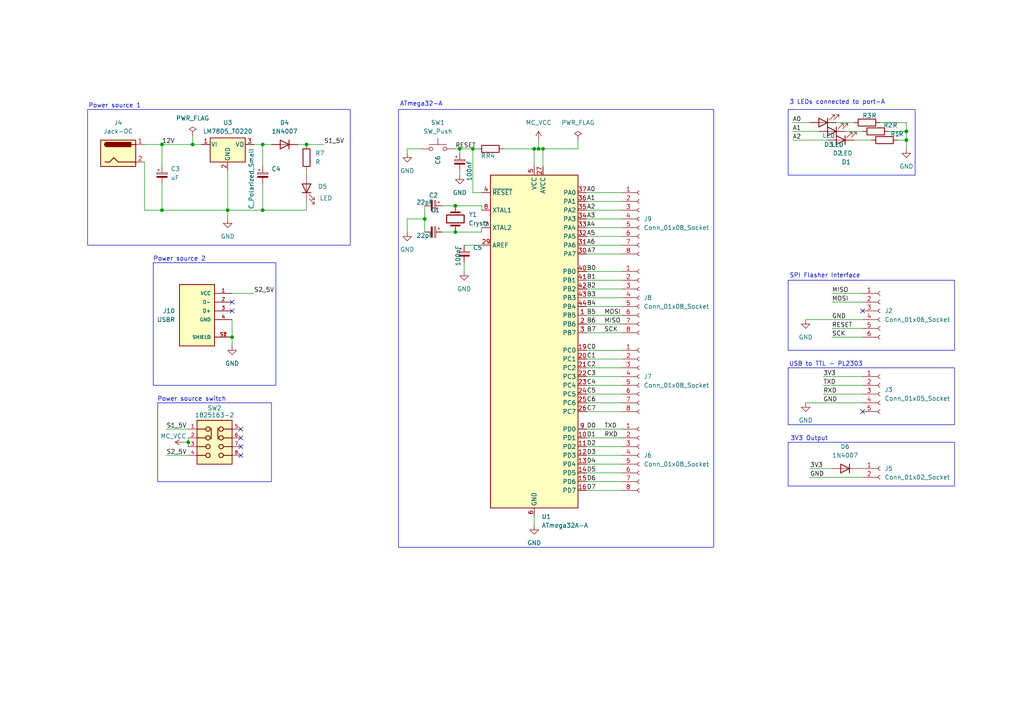
<source format=kicad_sch>
(kicad_sch (version 20250114) (generator "eeschema") (generator_version "9.0")
  (paper "A4")
  (lib_symbols
    (symbol "1825163-2:1825163-2" (pin_names (offset 1.016))
      (property "Reference" "SW" (at -5.0895 8.2704 0))
      (property "Value" "1825163-2" (at -5.081 -7.6215 0))
      (symbol "1825163-2_0_0"
        (polyline (pts (xy -5.08 5.08) (xy -2.54 5.08)) (stroke (width 0.254)))
        (polyline (pts (xy -5.08 2.54) (xy -2.54 2.54)) (stroke (width 0.254)))
        (polyline (pts (xy -5.08 0) (xy -2.54 0)) (stroke (width 0.254)))
        (polyline (pts (xy -5.08 -2.54) (xy -2.54 -2.54)) (stroke (width 0.254)))
        (rectangle (start -5.08 -5.08) (end 5.08 7.62) (stroke (width 0.254)) (fill (type background)))
        (circle (center -1.905 5.08) (radius 0.635) (stroke (width 0.254)))
        (circle (center -1.905 2.54) (radius 0.635) (stroke (width 0.254)))
        (circle (center -1.905 0) (radius 0.635) (stroke (width 0.254)))
        (circle (center -1.905 -2.54) (radius 0.635) (stroke (width 0.254)))
        (polyline (pts (xy -0.9525 5.3975) (xy -0.9525 2.2225)) (stroke (width 0.254)))
        (polyline (pts (xy 0.9525 5.3975) (xy 0.9525 2.2225)) (stroke (width 0.254)))
        (circle (center 1.905 5.08) (radius 0.635) (stroke (width 0.254)))
        (circle (center 1.905 2.54) (radius 0.635) (stroke (width 0.254)))
        (circle (center 1.905 0) (radius 0.635) (stroke (width 0.254)))
        (circle (center 1.905 -2.54) (radius 0.635) (stroke (width 0.254)))
        (polyline (pts (xy 2.54 5.08) (xy 5.08 5.08)) (stroke (width 0.254)))
        (polyline (pts (xy 2.54 2.54) (xy 5.08 2.54)) (stroke (width 0.254)))
        (polyline (pts (xy 2.54 0) (xy 5.08 0)) (stroke (width 0.254)))
        (polyline (pts (xy 2.54 -2.54) (xy 5.08 -2.54)) (stroke (width 0.254)))
        (pin passive line (at -7.62 5.08 0) (length 2.54) (name "~") (number "1"))
        (pin passive line (at -7.62 2.54 0) (length 2.54) (name "~") (number "2"))
        (pin passive line (at -7.62 0 0) (length 2.54) (name "~") (number "3"))
        (pin passive line (at -7.62 -2.54 0) (length 2.54) (name "~") (number "4"))
        (pin passive line (at 7.62 5.08 180) (length 2.54) (name "~") (number "5"))
        (pin passive line (at 7.62 2.54 180) (length 2.54) (name "~") (number "6"))
        (pin passive line (at 7.62 0 180) (length 2.54) (name "~") (number "7"))
        (pin passive line (at 7.62 -2.54 180) (length 2.54) (name "~") (number "8"))
      )
    )
    (symbol "Connector:Conn_01x02_Socket" (pin_names (offset 1.016) (hide yes))
      (property "Reference" "J" (at 0 2.54 0))
      (property "Value" "Conn_01x02_Socket" (at 0 -5.08 0))
      (symbol "Conn_01x02_Socket_1_1"
        (polyline (pts (xy -1.27 0) (xy -0.508 0)) (stroke (width 0.1524)))
        (polyline (pts (xy -1.27 -2.54) (xy -0.508 -2.54)) (stroke (width 0.1524)))
        (arc (start 0 -0.508) (mid -0.5058 0) (end 0 0.508) (stroke (width 0.1524)))
        (arc (start 0 -3.048) (mid -0.5058 -2.54) (end 0 -2.032) (stroke (width 0.1524)))
        (pin passive line (at -5.08 0 0) (length 3.81) (name "Pin_1") (number "1"))
        (pin passive line (at -5.08 -2.54 0) (length 3.81) (name "Pin_2") (number "2"))
      )
    )
    (symbol "Connector:Conn_01x05_Socket" (pin_names (offset 1.016) (hide yes))
      (property "Reference" "J" (at 0 7.62 0))
      (property "Value" "Conn_01x05_Socket" (at 0 -7.62 0))
      (symbol "Conn_01x05_Socket_1_1"
        (polyline (pts (xy -1.27 5.08) (xy -0.508 5.08)) (stroke (width 0.1524)))
        (polyline (pts (xy -1.27 2.54) (xy -0.508 2.54)) (stroke (width 0.1524)))
        (polyline (pts (xy -1.27 0) (xy -0.508 0)) (stroke (width 0.1524)))
        (polyline (pts (xy -1.27 -2.54) (xy -0.508 -2.54)) (stroke (width 0.1524)))
        (polyline (pts (xy -1.27 -5.08) (xy -0.508 -5.08)) (stroke (width 0.1524)))
        (arc (start 0 4.572) (mid -0.5058 5.08) (end 0 5.588) (stroke (width 0.1524)))
        (arc (start 0 2.032) (mid -0.5058 2.54) (end 0 3.048) (stroke (width 0.1524)))
        (arc (start 0 -0.508) (mid -0.5058 0) (end 0 0.508) (stroke (width 0.1524)))
        (arc (start 0 -3.048) (mid -0.5058 -2.54) (end 0 -2.032) (stroke (width 0.1524)))
        (arc (start 0 -5.588) (mid -0.5058 -5.08) (end 0 -4.572) (stroke (width 0.1524)))
        (pin passive line (at -5.08 5.08 0) (length 3.81) (name "Pin_1") (number "1"))
        (pin passive line (at -5.08 2.54 0) (length 3.81) (name "Pin_2") (number "2"))
        (pin passive line (at -5.08 0 0) (length 3.81) (name "Pin_3") (number "3"))
        (pin passive line (at -5.08 -2.54 0) (length 3.81) (name "Pin_4") (number "4"))
        (pin passive line (at -5.08 -5.08 0) (length 3.81) (name "Pin_5") (number "5"))
      )
    )
    (symbol "Connector:Conn_01x06_Socket" (pin_names (offset 1.016) (hide yes))
      (property "Reference" "J" (at 0 7.62 0))
      (property "Value" "Conn_01x06_Socket" (at 0 -10.16 0))
      (symbol "Conn_01x06_Socket_1_1"
        (polyline (pts (xy -1.27 5.08) (xy -0.508 5.08)) (stroke (width 0.1524)))
        (polyline (pts (xy -1.27 2.54) (xy -0.508 2.54)) (stroke (width 0.1524)))
        (polyline (pts (xy -1.27 0) (xy -0.508 0)) (stroke (width 0.1524)))
        (polyline (pts (xy -1.27 -2.54) (xy -0.508 -2.54)) (stroke (width 0.1524)))
        (polyline (pts (xy -1.27 -5.08) (xy -0.508 -5.08)) (stroke (width 0.1524)))
        (polyline (pts (xy -1.27 -7.62) (xy -0.508 -7.62)) (stroke (width 0.1524)))
        (arc (start 0 4.572) (mid -0.5058 5.08) (end 0 5.588) (stroke (width 0.1524)))
        (arc (start 0 2.032) (mid -0.5058 2.54) (end 0 3.048) (stroke (width 0.1524)))
        (arc (start 0 -0.508) (mid -0.5058 0) (end 0 0.508) (stroke (width 0.1524)))
        (arc (start 0 -3.048) (mid -0.5058 -2.54) (end 0 -2.032) (stroke (width 0.1524)))
        (arc (start 0 -5.588) (mid -0.5058 -5.08) (end 0 -4.572) (stroke (width 0.1524)))
        (arc (start 0 -8.128) (mid -0.5058 -7.62) (end 0 -7.112) (stroke (width 0.1524)))
        (pin passive line (at -5.08 5.08 0) (length 3.81) (name "Pin_1") (number "1"))
        (pin passive line (at -5.08 2.54 0) (length 3.81) (name "Pin_2") (number "2"))
        (pin passive line (at -5.08 0 0) (length 3.81) (name "Pin_3") (number "3"))
        (pin passive line (at -5.08 -2.54 0) (length 3.81) (name "Pin_4") (number "4"))
        (pin passive line (at -5.08 -5.08 0) (length 3.81) (name "Pin_5") (number "5"))
        (pin passive line (at -5.08 -7.62 0) (length 3.81) (name "Pin_6") (number "6"))
      )
    )
    (symbol "Connector:Conn_01x08_Socket" (pin_names (offset 1.016) (hide yes))
      (property "Reference" "J" (at 0 10.16 0))
      (property "Value" "Conn_01x08_Socket" (at 0 -12.7 0))
      (symbol "Conn_01x08_Socket_1_1"
        (polyline (pts (xy -1.27 7.62) (xy -0.508 7.62)) (stroke (width 0.1524)))
        (polyline (pts (xy -1.27 5.08) (xy -0.508 5.08)) (stroke (width 0.1524)))
        (polyline (pts (xy -1.27 2.54) (xy -0.508 2.54)) (stroke (width 0.1524)))
        (polyline (pts (xy -1.27 0) (xy -0.508 0)) (stroke (width 0.1524)))
        (polyline (pts (xy -1.27 -2.54) (xy -0.508 -2.54)) (stroke (width 0.1524)))
        (polyline (pts (xy -1.27 -5.08) (xy -0.508 -5.08)) (stroke (width 0.1524)))
        (polyline (pts (xy -1.27 -7.62) (xy -0.508 -7.62)) (stroke (width 0.1524)))
        (polyline (pts (xy -1.27 -10.16) (xy -0.508 -10.16)) (stroke (width 0.1524)))
        (arc (start 0 7.112) (mid -0.5058 7.62) (end 0 8.128) (stroke (width 0.1524)))
        (arc (start 0 4.572) (mid -0.5058 5.08) (end 0 5.588) (stroke (width 0.1524)))
        (arc (start 0 2.032) (mid -0.5058 2.54) (end 0 3.048) (stroke (width 0.1524)))
        (arc (start 0 -0.508) (mid -0.5058 0) (end 0 0.508) (stroke (width 0.1524)))
        (arc (start 0 -3.048) (mid -0.5058 -2.54) (end 0 -2.032) (stroke (width 0.1524)))
        (arc (start 0 -5.588) (mid -0.5058 -5.08) (end 0 -4.572) (stroke (width 0.1524)))
        (arc (start 0 -8.128) (mid -0.5058 -7.62) (end 0 -7.112) (stroke (width 0.1524)))
        (arc (start 0 -10.668) (mid -0.5058 -10.16) (end 0 -9.652) (stroke (width 0.1524)))
        (pin passive line (at -5.08 7.62 0) (length 3.81) (name "Pin_1") (number "1"))
        (pin passive line (at -5.08 5.08 0) (length 3.81) (name "Pin_2") (number "2"))
        (pin passive line (at -5.08 2.54 0) (length 3.81) (name "Pin_3") (number "3"))
        (pin passive line (at -5.08 0 0) (length 3.81) (name "Pin_4") (number "4"))
        (pin passive line (at -5.08 -2.54 0) (length 3.81) (name "Pin_5") (number "5"))
        (pin passive line (at -5.08 -5.08 0) (length 3.81) (name "Pin_6") (number "6"))
        (pin passive line (at -5.08 -7.62 0) (length 3.81) (name "Pin_7") (number "7"))
        (pin passive line (at -5.08 -10.16 0) (length 3.81) (name "Pin_8") (number "8"))
      )
    )
    (symbol "Connector:Jack-DC" (pin_names (offset 1.016))
      (property "Reference" "J" (at 0 5.334 0))
      (property "Value" "Jack-DC" (at 0 -5.08 0))
      (symbol "Jack-DC_0_1"
        (rectangle (start -5.08 3.81) (end 5.08 -3.81) (stroke (width 0.254)) (fill (type background)))
        (polyline (pts (xy -3.81 -2.54) (xy -2.54 -2.54) (xy -1.27 -1.27) (xy 0 -2.54) (xy 2.54 -2.54) (xy 5.08 -2.54)) (stroke (width 0.254)))
        (arc (start -3.302 1.905) (mid -3.9343 2.54) (end -3.302 3.175) (stroke (width 0.254)))
        (arc (start -3.302 1.905) (mid -3.9343 2.54) (end -3.302 3.175) (stroke (width 0.254)) (fill (type outline)))
        (rectangle (start 3.683 3.175) (end -3.302 1.905) (stroke (width 0.254)) (fill (type outline)))
        (polyline (pts (xy 5.08 2.54) (xy 3.81 2.54)) (stroke (width 0.254)))
      )
      (symbol "Jack-DC_1_1"
        (pin passive line (at 7.62 2.54 180) (length 2.54) (name "~") (number "1"))
        (pin passive line (at 7.62 -2.54 180) (length 2.54) (name "~") (number "2"))
      )
    )
    (symbol "Device:C_Polarized_Small" (pin_numbers (hide yes)) (pin_names (offset 0.254) (hide yes))
      (property "Reference" "C" (at 0.254 1.778 0))
      (property "Value" "C_Polarized_Small" (at 0.254 -2.032 0))
      (symbol "C_Polarized_Small_0_1"
        (rectangle (start -1.524 0.6858) (end 1.524 0.3048))
        (rectangle (start -1.524 -0.3048) (end 1.524 -0.6858) (fill (type outline)))
        (polyline (pts (xy -1.27 1.524) (xy -0.762 1.524)))
        (polyline (pts (xy -1.016 1.27) (xy -1.016 1.778)))
      )
      (symbol "C_Polarized_Small_1_1"
        (pin passive line (at 0 2.54 270) (length 1.8542) (name "~") (number "1"))
        (pin passive line (at 0 -2.54 90) (length 1.8542) (name "~") (number "2"))
      )
    )
    (symbol "Device:Crystal" (pin_numbers (hide yes)) (pin_names (offset 1.016) (hide yes))
      (property "Reference" "Y" (at 0 3.81 0))
      (property "Value" "Crystal" (at 0 -3.81 0))
      (symbol "Crystal_0_1"
        (polyline (pts (xy -2.54 0) (xy -1.905 0)))
        (polyline (pts (xy -1.905 -1.27) (xy -1.905 1.27)) (stroke (width 0.508)))
        (rectangle (start -1.143 2.54) (end 1.143 -2.54) (stroke (width 0.3048)))
        (polyline (pts (xy 1.905 -1.27) (xy 1.905 1.27)) (stroke (width 0.508)))
        (polyline (pts (xy 2.54 0) (xy 1.905 0)))
      )
      (symbol "Crystal_1_1"
        (pin passive line (at -3.81 0 0) (length 1.27) (name "1") (number "1"))
        (pin passive line (at 3.81 0 180) (length 1.27) (name "2") (number "2"))
      )
    )
    (symbol "Device:LED" (pin_numbers (hide yes)) (pin_names (offset 1.016) (hide yes))
      (property "Reference" "D" (at 0 2.54 0))
      (property "Value" "LED" (at 0 -2.54 0))
      (symbol "LED_0_1"
        (polyline (pts (xy -3.048 -0.762) (xy -4.572 -2.286) (xy -3.81 -2.286) (xy -4.572 -2.286) (xy -4.572 -1.524)))
        (polyline (pts (xy -1.778 -0.762) (xy -3.302 -2.286) (xy -2.54 -2.286) (xy -3.302 -2.286) (xy -3.302 -1.524)))
        (polyline (pts (xy -1.27 0) (xy 1.27 0)))
        (polyline (pts (xy -1.27 -1.27) (xy -1.27 1.27)) (stroke (width 0.254)))
        (polyline (pts (xy 1.27 -1.27) (xy 1.27 1.27) (xy -1.27 0) (xy 1.27 -1.27)) (stroke (width 0.254)))
      )
      (symbol "LED_1_1"
        (pin passive line (at -3.81 0 0) (length 2.54) (name "K") (number "1"))
        (pin passive line (at 3.81 0 180) (length 2.54) (name "A") (number "2"))
      )
    )
    (symbol "Device:R" (pin_numbers (hide yes)) (pin_names (offset 0))
      (property "Reference" "R" (at 2.032 0 90))
      (property "Value" "R" (at 0 0 90))
      (symbol "R_0_1"
        (rectangle (start -1.016 -2.54) (end 1.016 2.54) (stroke (width 0.254)))
      )
      (symbol "R_1_1"
        (pin passive line (at 0 3.81 270) (length 1.27) (name "~") (number "1"))
        (pin passive line (at 0 -3.81 90) (length 1.27) (name "~") (number "2"))
      )
    )
    (symbol "Diode:1N4007" (pin_numbers (hide yes)) (pin_names (hide yes))
      (property "Reference" "D" (at 0 2.54 0))
      (property "Value" "1N4007" (at 0 -2.54 0))
      (symbol "1N4007_0_1"
        (polyline (pts (xy -1.27 1.27) (xy -1.27 -1.27)) (stroke (width 0.254)))
        (polyline (pts (xy 1.27 1.27) (xy 1.27 -1.27) (xy -1.27 0) (xy 1.27 1.27)) (stroke (width 0.254)))
        (polyline (pts (xy 1.27 0) (xy -1.27 0)))
      )
      (symbol "1N4007_1_1"
        (pin passive line (at -3.81 0 0) (length 2.54) (name "K") (number "1"))
        (pin passive line (at 3.81 0 180) (length 2.54) (name "A") (number "2"))
      )
    )
    (symbol "MCU_Microchip_ATmega:ATmega32A-A"
      (property "Reference" "U" (at -12.7 49.53 0))
      (property "Value" "ATmega32A-A" (at 2.54 -49.53 0))
      (symbol "ATmega32A-A_0_1"
        (rectangle (start -12.7 -48.26) (end 12.7 48.26) (stroke (width 0.254)) (fill (type background)))
      )
      (symbol "ATmega32A-A_1_1"
        (pin input line (at -15.24 43.18 0) (length 2.54) (name "~{RESET}") (number "4"))
        (pin input line (at -15.24 38.1 0) (length 2.54) (name "XTAL1") (number "8"))
        (pin output line (at -15.24 33.02 0) (length 2.54) (name "XTAL2") (number "7"))
        (pin passive line (at -15.24 27.94 0) (length 2.54) (name "AREF") (number "29"))
        (pin passive line (at 0 50.8 270) (length 2.54) (hide yes) (name "VCC") (number "17"))
        (pin passive line (at 0 50.8 270) (length 2.54) (hide yes) (name "VCC") (number "38"))
        (pin power_in line (at 0 50.8 270) (length 2.54) (name "VCC") (number "5"))
        (pin passive line (at 0 -50.8 90) (length 2.54) (hide yes) (name "GND") (number "18"))
        (pin passive line (at 0 -50.8 90) (length 2.54) (hide yes) (name "GND") (number "28"))
        (pin passive line (at 0 -50.8 90) (length 2.54) (hide yes) (name "GND") (number "39"))
        (pin power_in line (at 0 -50.8 90) (length 2.54) (name "GND") (number "6"))
        (pin power_in line (at 2.54 50.8 270) (length 2.54) (name "AVCC") (number "27"))
        (pin bidirectional line (at 15.24 43.18 180) (length 2.54) (name "PA0") (number "37"))
        (pin bidirectional line (at 15.24 40.64 180) (length 2.54) (name "PA1") (number "36"))
        (pin bidirectional line (at 15.24 38.1 180) (length 2.54) (name "PA2") (number "35"))
        (pin bidirectional line (at 15.24 35.56 180) (length 2.54) (name "PA3") (number "34"))
        (pin bidirectional line (at 15.24 33.02 180) (length 2.54) (name "PA4") (number "33"))
        (pin bidirectional line (at 15.24 30.48 180) (length 2.54) (name "PA5") (number "32"))
        (pin bidirectional line (at 15.24 27.94 180) (length 2.54) (name "PA6") (number "31"))
        (pin bidirectional line (at 15.24 25.4 180) (length 2.54) (name "PA7") (number "30"))
        (pin bidirectional line (at 15.24 20.32 180) (length 2.54) (name "PB0") (number "40"))
        (pin bidirectional line (at 15.24 17.78 180) (length 2.54) (name "PB1") (number "41"))
        (pin bidirectional line (at 15.24 15.24 180) (length 2.54) (name "PB2") (number "42"))
        (pin bidirectional line (at 15.24 12.7 180) (length 2.54) (name "PB3") (number "43"))
        (pin bidirectional line (at 15.24 10.16 180) (length 2.54) (name "PB4") (number "44"))
        (pin bidirectional line (at 15.24 7.62 180) (length 2.54) (name "PB5") (number "1"))
        (pin bidirectional line (at 15.24 5.08 180) (length 2.54) (name "PB6") (number "2"))
        (pin bidirectional line (at 15.24 2.54 180) (length 2.54) (name "PB7") (number "3"))
        (pin bidirectional line (at 15.24 -2.54 180) (length 2.54) (name "PC0") (number "19"))
        (pin bidirectional line (at 15.24 -5.08 180) (length 2.54) (name "PC1") (number "20"))
        (pin bidirectional line (at 15.24 -7.62 180) (length 2.54) (name "PC2") (number "21"))
        (pin bidirectional line (at 15.24 -10.16 180) (length 2.54) (name "PC3") (number "22"))
        (pin bidirectional line (at 15.24 -12.7 180) (length 2.54) (name "PC4") (number "23"))
        (pin bidirectional line (at 15.24 -15.24 180) (length 2.54) (name "PC5") (number "24"))
        (pin bidirectional line (at 15.24 -17.78 180) (length 2.54) (name "PC6") (number "25"))
        (pin bidirectional line (at 15.24 -20.32 180) (length 2.54) (name "PC7") (number "26"))
        (pin bidirectional line (at 15.24 -25.4 180) (length 2.54) (name "PD0") (number "9"))
        (pin bidirectional line (at 15.24 -27.94 180) (length 2.54) (name "PD1") (number "10"))
        (pin bidirectional line (at 15.24 -30.48 180) (length 2.54) (name "PD2") (number "11"))
        (pin bidirectional line (at 15.24 -33.02 180) (length 2.54) (name "PD3") (number "12"))
        (pin bidirectional line (at 15.24 -35.56 180) (length 2.54) (name "PD4") (number "13"))
        (pin bidirectional line (at 15.24 -38.1 180) (length 2.54) (name "PD5") (number "14"))
        (pin bidirectional line (at 15.24 -40.64 180) (length 2.54) (name "PD6") (number "15"))
        (pin bidirectional line (at 15.24 -43.18 180) (length 2.54) (name "PD7") (number "16"))
      )
    )
    (symbol "Regulator_Linear:LM7805_TO220" (pin_names (offset 0.254))
      (property "Reference" "U" (at -3.81 3.175 0))
      (property "Value" "LM7805_TO220" (at 0 3.175 0))
      (symbol "LM7805_TO220_0_1"
        (rectangle (start -5.08 1.905) (end 5.08 -5.08) (stroke (width 0.254)) (fill (type background)))
      )
      (symbol "LM7805_TO220_1_1"
        (pin power_in line (at -7.62 0 0) (length 2.54) (name "VI") (number "1"))
        (pin power_in line (at 0 -7.62 90) (length 2.54) (name "GND") (number "2"))
        (pin power_out line (at 7.62 0 180) (length 2.54) (name "VO") (number "3"))
      )
    )
    (symbol "Switch:SW_Push" (pin_numbers (hide yes)) (pin_names (offset 1.016) (hide yes))
      (property "Reference" "SW" (at 1.27 2.54 0))
      (property "Value" "SW_Push" (at 0 -1.524 0))
      (symbol "SW_Push_0_1"
        (circle (center -2.032 0) (radius 0.508))
        (polyline (pts (xy 0 1.27) (xy 0 3.048)))
        (circle (center 2.032 0) (radius 0.508))
        (polyline (pts (xy 2.54 1.27) (xy -2.54 1.27)))
        (pin passive line (at -5.08 0 0) (length 2.54) (name "1") (number "1"))
        (pin passive line (at 5.08 0 180) (length 2.54) (name "2") (number "2"))
      )
    )
    (symbol "USBR-B-S-S-O-TH:USBR-B-S-S-O-TH" (pin_names (offset 1.016))
      (property "Reference" "J" (at -5.08 8.89 0))
      (property "Value" "USBR-B-S-S-O-TH" (at -5.08 -11.43 0))
      (symbol "USBR-B-S-S-O-TH_0_0"
        (rectangle (start -5.08 -10.16) (end 5.08 7.62) (stroke (width 0.254)) (fill (type background)))
        (pin power_in line (at -10.16 5.08 0) (length 5.08) (name "VCC") (number "1"))
        (pin bidirectional line (at -10.16 2.54 0) (length 5.08) (name "D-") (number "2"))
        (pin bidirectional line (at -10.16 0 0) (length 5.08) (name "D+") (number "3"))
        (pin power_in line (at -10.16 -2.54 0) (length 5.08) (name "GND") (number "4"))
        (pin passive line (at -10.16 -7.62 0) (length 5.08) (name "SHIELD") (number "S1"))
        (pin passive line (at -10.16 -7.62 0) (length 5.08) (name "SHIELD") (number "S2"))
      )
    )
    (symbol "power:GND" (power) (pin_numbers (hide yes)) (pin_names (offset 0) (hide yes))
      (property "Value" "GND" (at 0 -3.81 0))
      (symbol "GND_0_1"
        (polyline (pts (xy 0 0) (xy 0 -1.27) (xy 1.27 -1.27) (xy 0 -2.54) (xy -1.27 -1.27) (xy 0 -1.27)))
      )
      (symbol "GND_1_1"
        (pin power_in line (at 0 0 270) (length 0) (name "~") (number "1"))
      )
    )
    (symbol "power:PWR_FLAG" (power) (pin_numbers (hide yes)) (pin_names (offset 0) (hide yes))
      (property "Value" "PWR_FLAG" (at 0 3.81 0))
      (symbol "PWR_FLAG_0_0"
        (pin power_out line (at 0 0 90) (length 0) (name "~") (number "1"))
      )
      (symbol "PWR_FLAG_0_1"
        (polyline (pts (xy 0 0) (xy 0 1.27) (xy -1.016 1.905) (xy 0 2.54) (xy 1.016 1.905) (xy 0 1.27)))
      )
    )
    (symbol "power:VCC" (power) (pin_numbers (hide yes)) (pin_names (offset 0) (hide yes))
      (property "Value" "VCC" (at 0 3.556 0))
      (symbol "VCC_0_1"
        (polyline (pts (xy -0.762 1.27) (xy 0 2.54)))
        (polyline (pts (xy 0 2.54) (xy 0.762 1.27)))
        (polyline (pts (xy 0 0) (xy 0 2.54)))
      )
      (symbol "VCC_1_1"
        (pin power_in line (at 0 0 90) (length 0) (name "~") (number "1"))
      )
    )
  )
  (rectangle (start 44.45 76.2) (end 80.01 111.76))
  (rectangle (start 228.6 106.68) (end 276.86 123.19))
  (rectangle (start 228.6 81.28) (end 276.86 101.6))
  (rectangle (start 45.72 116.84) (end 78.74 139.7))
  (rectangle (start 228.6 31.75) (end 265.43 50.8))
  (rectangle (start 228.6 128.27) (end 276.86 140.97))
  (rectangle (start 25.4 31.75) (end 101.6 71.12))
  (rectangle (start 115.57 31.75) (end 207.01 158.75))
  (text "ATmega32-A" (at 122.174 30.226 0) (effects (font (size 1.27 1.27))))
  (text "Power source switch" (at 55.626 115.824 0) (effects (font (size 1.27 1.27))))
  (text "3V3 Output" (at 234.696 127.254 0) (effects (font (size 1.27 1.27))))
  (text "Power source 1" (at 33.274 30.734 0) (effects (font (size 1.27 1.27))))
  (text "USB to TTL - PL2303" (at 239.522 105.664 0) (effects (font (size 1.27 1.27))))
  (text "SPI Flasher Interface" (at 239.268 80.01 0) (effects (font (size 1.27 1.27))))
  (text "Power source 2" (at 52.07 75.184 0) (effects (font (size 1.27 1.27))))
  (text "3 LEDs connected to port-A" (at 242.824 29.718 0) (effects (font (size 1.27 1.27))))
  (junction (at 132.08 59.69))
  (junction (at 76.2 41.91))
  (junction (at 262.89 40.64))
  (junction (at 156.21 43.18))
  (junction (at 154.94 43.18))
  (junction (at 132.08 67.31))
  (junction (at 55.88 41.91))
  (junction (at 88.9 41.91))
  (junction (at 137.16 43.18))
  (junction (at 46.99 41.91))
  (junction (at 123.19 63.5))
  (junction (at 54.61 128.27))
  (junction (at 67.31 97.79))
  (junction (at 133.35 43.18))
  (junction (at 66.04 60.96))
  (junction (at 46.99 60.96))
  (junction (at 157.48 43.18))
  (junction (at 76.2 60.96))
  (junction (at 262.89 38.1))
  (no_connect (at 69.85 124.46))
  (no_connect (at 250.19 90.17))
  (no_connect (at 69.85 129.54))
  (no_connect (at 67.31 87.63))
  (no_connect (at 250.19 119.38))
  (no_connect (at 69.85 127))
  (no_connect (at 69.85 132.08))
  (no_connect (at 67.31 90.17))
  (wire (pts (xy 238.76 114.3) (xy 250.19 114.3)))
  (wire (pts (xy 170.18 93.98) (xy 180.34 93.98)))
  (wire (pts (xy 170.18 60.96) (xy 180.34 60.96)))
  (wire (pts (xy 170.18 96.52) (xy 180.34 96.52)))
  (wire (pts (xy 133.35 49.53) (xy 133.35 50.8)))
  (wire (pts (xy 154.94 149.86) (xy 154.94 152.4)))
  (wire (pts (xy 41.91 60.96) (xy 46.99 60.96)))
  (wire (pts (xy 245.11 38.1) (xy 250.19 38.1)))
  (wire (pts (xy 233.68 116.84) (xy 250.19 116.84)))
  (wire (pts (xy 170.18 111.76) (xy 180.34 111.76)))
  (wire (pts (xy 88.9 60.96) (xy 76.2 60.96)))
  (wire (pts (xy 88.9 60.96) (xy 88.9 58.42)))
  (wire (pts (xy 170.18 55.88) (xy 180.34 55.88)))
  (wire (pts (xy 170.18 88.9) (xy 180.34 88.9)))
  (wire (pts (xy 241.3 87.63) (xy 250.19 87.63)))
  (wire (pts (xy 167.64 40.64) (xy 167.64 43.18)))
  (wire (pts (xy 48.26 124.46) (xy 54.61 124.46)))
  (wire (pts (xy 132.08 59.69) (xy 139.7 59.69)))
  (wire (pts (xy 134.62 76.2) (xy 134.62 78.74)))
  (wire (pts (xy 229.87 40.64) (xy 240.03 40.64)))
  (wire (pts (xy 255.27 35.56) (xy 262.89 35.56)))
  (wire (pts (xy 76.2 53.34) (xy 76.2 60.96)))
  (wire (pts (xy 118.11 67.31) (xy 118.11 63.5)))
  (wire (pts (xy 54.61 128.27) (xy 54.61 129.54)))
  (wire (pts (xy 170.18 73.66) (xy 180.34 73.66)))
  (wire (pts (xy 170.18 104.14) (xy 180.34 104.14)))
  (wire (pts (xy 134.62 71.12) (xy 139.7 71.12)))
  (wire (pts (xy 55.88 39.37) (xy 55.88 41.91)))
  (wire (pts (xy 46.99 41.91) (xy 46.99 48.26)))
  (wire (pts (xy 241.3 85.09) (xy 250.19 85.09)))
  (wire (pts (xy 123.19 59.69) (xy 123.19 63.5)))
  (wire (pts (xy 128.27 67.31) (xy 132.08 67.31)))
  (wire (pts (xy 248.92 135.89) (xy 250.19 135.89)))
  (wire (pts (xy 157.48 43.18) (xy 157.48 48.26)))
  (wire (pts (xy 67.31 100.33) (xy 67.31 97.79)))
  (wire (pts (xy 46.99 53.34) (xy 46.99 60.96)))
  (wire (pts (xy 257.81 38.1) (xy 262.89 38.1)))
  (wire (pts (xy 76.2 41.91) (xy 78.74 41.91)))
  (wire (pts (xy 137.16 55.88) (xy 139.7 55.88)))
  (wire (pts (xy 156.21 40.64) (xy 156.21 43.18)))
  (wire (pts (xy 170.18 86.36) (xy 180.34 86.36)))
  (wire (pts (xy 170.18 71.12) (xy 180.34 71.12)))
  (wire (pts (xy 170.18 142.24) (xy 180.34 142.24)))
  (wire (pts (xy 76.2 41.91) (xy 73.66 41.91)))
  (wire (pts (xy 242.57 35.56) (xy 247.65 35.56)))
  (wire (pts (xy 170.18 119.38) (xy 180.34 119.38)))
  (wire (pts (xy 132.08 43.18) (xy 133.35 43.18)))
  (wire (pts (xy 88.9 49.53) (xy 88.9 50.8)))
  (wire (pts (xy 138.43 43.18) (xy 137.16 43.18)))
  (wire (pts (xy 170.18 78.74) (xy 180.34 78.74)))
  (wire (pts (xy 139.7 67.31) (xy 132.08 67.31)))
  (wire (pts (xy 156.21 43.18) (xy 157.48 43.18)))
  (wire (pts (xy 233.68 92.71) (xy 250.19 92.71)))
  (wire (pts (xy 133.35 44.45) (xy 133.35 43.18)))
  (wire (pts (xy 170.18 109.22) (xy 180.34 109.22)))
  (wire (pts (xy 170.18 91.44) (xy 180.34 91.44)))
  (wire (pts (xy 262.89 40.64) (xy 262.89 43.18)))
  (wire (pts (xy 139.7 59.69) (xy 139.7 60.96)))
  (wire (pts (xy 46.99 41.91) (xy 55.88 41.91)))
  (wire (pts (xy 170.18 101.6) (xy 180.34 101.6)))
  (wire (pts (xy 241.3 97.79) (xy 250.19 97.79)))
  (wire (pts (xy 76.2 48.26) (xy 76.2 41.91)))
  (wire (pts (xy 170.18 68.58) (xy 180.34 68.58)))
  (wire (pts (xy 234.95 135.89) (xy 241.3 135.89)))
  (wire (pts (xy 170.18 134.62) (xy 180.34 134.62)))
  (wire (pts (xy 67.31 92.71) (xy 67.31 97.79)))
  (wire (pts (xy 55.88 41.91) (xy 58.42 41.91)))
  (wire (pts (xy 238.76 109.22) (xy 250.19 109.22)))
  (wire (pts (xy 170.18 129.54) (xy 180.34 129.54)))
  (wire (pts (xy 118.11 43.18) (xy 118.11 44.45)))
  (wire (pts (xy 170.18 139.7) (xy 180.34 139.7)))
  (wire (pts (xy 118.11 43.18) (xy 121.92 43.18)))
  (wire (pts (xy 170.18 63.5) (xy 180.34 63.5)))
  (wire (pts (xy 66.04 49.53) (xy 66.04 60.96)))
  (wire (pts (xy 123.19 63.5) (xy 123.19 67.31)))
  (wire (pts (xy 170.18 124.46) (xy 180.34 124.46)))
  (wire (pts (xy 48.26 132.08) (xy 54.61 132.08)))
  (wire (pts (xy 170.18 116.84) (xy 180.34 116.84)))
  (wire (pts (xy 93.98 41.91) (xy 88.9 41.91)))
  (wire (pts (xy 170.18 132.08) (xy 180.34 132.08)))
  (wire (pts (xy 73.66 85.09) (xy 67.31 85.09)))
  (wire (pts (xy 118.11 63.5) (xy 123.19 63.5)))
  (wire (pts (xy 170.18 106.68) (xy 180.34 106.68)))
  (wire (pts (xy 154.94 43.18) (xy 156.21 43.18)))
  (wire (pts (xy 170.18 58.42) (xy 180.34 58.42)))
  (wire (pts (xy 247.65 40.64) (xy 252.73 40.64)))
  (wire (pts (xy 139.7 66.04) (xy 139.7 67.31)))
  (wire (pts (xy 53.34 128.27) (xy 54.61 128.27)))
  (wire (pts (xy 86.36 41.91) (xy 88.9 41.91)))
  (wire (pts (xy 154.94 43.18) (xy 154.94 48.26)))
  (wire (pts (xy 76.2 60.96) (xy 66.04 60.96)))
  (wire (pts (xy 133.35 43.18) (xy 137.16 43.18)))
  (wire (pts (xy 170.18 114.3) (xy 180.34 114.3)))
  (wire (pts (xy 238.76 111.76) (xy 250.19 111.76)))
  (wire (pts (xy 170.18 66.04) (xy 180.34 66.04)))
  (wire (pts (xy 41.91 46.99) (xy 41.91 60.96)))
  (wire (pts (xy 137.16 43.18) (xy 137.16 55.88)))
  (wire (pts (xy 229.87 38.1) (xy 237.49 38.1)))
  (wire (pts (xy 262.89 35.56) (xy 262.89 38.1)))
  (wire (pts (xy 262.89 40.64) (xy 262.89 38.1)))
  (wire (pts (xy 170.18 81.28) (xy 180.34 81.28)))
  (wire (pts (xy 146.05 43.18) (xy 154.94 43.18)))
  (wire (pts (xy 167.64 43.18) (xy 157.48 43.18)))
  (wire (pts (xy 54.61 127) (xy 54.61 128.27)))
  (wire (pts (xy 41.91 41.91) (xy 46.99 41.91)))
  (wire (pts (xy 234.95 138.43) (xy 250.19 138.43)))
  (wire (pts (xy 170.18 137.16) (xy 180.34 137.16)))
  (wire (pts (xy 46.99 60.96) (xy 66.04 60.96)))
  (wire (pts (xy 170.18 127) (xy 180.34 127)))
  (wire (pts (xy 262.89 40.64) (xy 260.35 40.64)))
  (wire (pts (xy 66.04 60.96) (xy 66.04 63.5)))
  (wire (pts (xy 229.87 35.56) (xy 234.95 35.56)))
  (wire (pts (xy 170.18 83.82) (xy 180.34 83.82)))
  (wire (pts (xy 128.27 59.69) (xy 132.08 59.69)))
  (wire (pts (xy 241.3 95.25) (xy 250.19 95.25)))
  (label "S2_5V" (at 48.26 132.08 0))
  (label "C3" (at 170.18 109.22 0))
  (label "12V" (at 46.99 41.91 0))
  (label "3V3" (at 234.95 135.89 0))
  (label "GND" (at 234.95 138.43 0))
  (label "RESET" (at 241.3 95.25 0))
  (label "GND" (at 241.3 92.71 0))
  (label "C1" (at 170.18 104.14 0))
  (label "A1" (at 229.87 38.1 0))
  (label "B3" (at 170.18 86.36 0))
  (label "A6" (at 170.18 71.12 0))
  (label "D2" (at 170.18 129.54 0))
  (label "A2" (at 229.87 40.64 0))
  (label "B5" (at 170.18 91.44 0))
  (label "GND" (at 238.76 116.84 0))
  (label "B2" (at 170.18 83.82 0))
  (label "S1_5V" (at 93.98 41.91 0))
  (label "D4" (at 170.18 134.62 0))
  (label "D0" (at 170.18 124.46 0))
  (label "C4" (at 170.18 111.76 0))
  (label "TXD" (at 175.26 124.46 0))
  (label "D6" (at 170.18 139.7 0))
  (label "RXD" (at 175.26 127 0))
  (label "MOSI" (at 175.26 91.44 0))
  (label "A1" (at 170.18 58.42 0))
  (label "RXD" (at 238.76 114.3 0))
  (label "D3" (at 170.18 132.08 0))
  (label "D1" (at 170.18 127 0))
  (label "B7" (at 170.18 96.52 0))
  (label "B1" (at 170.18 81.28 0))
  (label "MISO" (at 175.26 93.98 0))
  (label "B6" (at 170.18 93.98 0))
  (label "S2_5V" (at 73.66 85.09 0))
  (label "RESET" (at 132.08 43.18 0))
  (label "SCK" (at 241.3 97.79 0))
  (label "A3" (at 170.18 63.5 0))
  (label "A4" (at 170.18 66.04 0))
  (label "A0" (at 229.87 35.56 0))
  (label "A7" (at 170.2869 73.66 0))
  (label "A2" (at 170.18 60.96 0))
  (label "TXD" (at 238.76 111.76 0))
  (label "B0" (at 170.18 78.74 0))
  (label "3V3" (at 238.76 109.22 0))
  (label "C0" (at 170.18 101.6 0))
  (label "S1_5V" (at 48.26 124.46 0))
  (label "MISO" (at 241.3 85.09 0))
  (label "C5" (at 170.18 114.3 0))
  (label "SCK" (at 175.26 96.52 0))
  (label "C7" (at 170.18 119.38 0))
  (label "A0" (at 170.18 55.88 0))
  (label "D7" (at 170.18 142.24 0))
  (label "C2" (at 170.18 106.68 0))
  (label "C6" (at 170.18 116.84 0))
  (label "A5" (at 170.18 68.58 0))
  (label "MOSI" (at 241.3 87.63 0))
  (label "B4" (at 170.18 88.9 0))
  (label "D5" (at 170.18 137.16 0))
  (symbol (lib_id "USBR-B-S-S-O-TH:USBR-B-S-S-O-TH") (at 57.15 90.17 0) (mirror y) (unit 1)
    (property "Reference" "J10" (at 50.8 90.1699 0) (effects (justify left)))
    (property "Value" "USBR" (at 50.8 92.7099 0) (effects (justify left)))
    (property "Footprint" "Usb-B:SAMTEC_USBR-B-S-S-O-TH" (effects (hide yes)))
    (property "MF" "Samtec" (effects (hide yes)))
    (property "MAXIMUM_PACKAGE_HEIGHT" "11.0mm" (effects (hide yes)))
    (property "Package" "None" (effects (hide yes)))
    (property "Price" "None" (effects (hide yes)))
    (property "Check_prices" "https://www.snapeda.com/parts/USBR-B-S-S-O-TH/Samtec+Inc./view-part/?ref=eda" (effects (hide yes)))
    (property "STANDARD" "Manufacturer Recommendations" (effects (hide yes)))
    (property "PARTREV" "M" (effects (hide yes)))
    (property "SnapEDA_Link" "https://www.snapeda.com/parts/USBR-B-S-S-O-TH/Samtec+Inc./view-part/?ref=snap" (effects (hide yes)))
    (property "MP" "USBR-B-S-S-O-TH" (effects (hide yes)))
    (property "Description_1" "USB-B (USB TYPE-B) USB 2.0 Receptacle Connector 4 Position Through Hole, Right Angle" (effects (hide yes)))
    (property "Availability" "In Stock" (effects (hide yes)))
    (property "MANUFACTURER" "Samtec" (effects (hide yes)))
  )
  (symbol (lib_id "power:GND") (at 134.62 78.74 0) (unit 1)
    (property "Reference" "#PWR011" (effects (hide yes)))
    (property "Value" "GND" (at 134.62 83.82 0))
    (property "Description" "Power symbol creates a global label with name \"GND\" , ground" (effects (hide yes)))
  )
  (symbol (lib_id "Diode:1N4007") (at 82.55 41.91 180) (unit 1)
    (property "Reference" "D4" (at 82.55 35.56 0))
    (property "Value" "1N4007" (at 82.55 38.1 0))
    (property "Footprint" "Diode_THT:D_DO-41_SOD81_P10.16mm_Horizontal" (effects (hide yes)))
    (property "Datasheet" "http://www.vishay.com/docs/88503/1n4001.pdf" (effects (hide yes)))
    (property "Description" "1000V 1A General Purpose Rectifier Diode, DO-41" (effects (hide yes)))
    (property "Sim.Device" "D" (effects (hide yes)))
    (property "Sim.Pins" "1=K 2=A" (effects (hide yes)))
  )
  (symbol (lib_id "power:PWR_FLAG") (at 167.64 40.64 0) (unit 1)
    (property "Reference" "#FLG04" (effects (hide yes)))
    (property "Value" "PWR_FLAG" (at 167.64 35.56 0))
    (property "Description" "Special symbol for telling ERC where power comes from" (effects (hide yes)))
  )
  (symbol (lib_id "Connector:Conn_01x05_Socket") (at 255.27 114.3 0) (unit 1)
    (property "Reference" "J3" (at 256.54 113.0299 0) (effects (justify left)))
    (property "Value" "Conn_01x05_Socket" (at 256.54 115.5699 0) (effects (justify left)))
    (property "Footprint" "Connector_PinHeader_2.54mm:PinHeader_1x05_P2.54mm_Horizontal" (effects (hide yes)))
    (property "Description" "Generic connector, single row, 01x05, script generated" (effects (hide yes)))
  )
  (symbol (lib_id "power:GND") (at 66.04 63.5 0) (unit 1)
    (property "Reference" "#PWR04" (effects (hide yes)))
    (property "Value" "GND" (at 66.04 68.58 0))
    (property "Description" "Power symbol creates a global label with name \"GND\" , ground" (effects (hide yes)))
  )
  (symbol (lib_id "1825163-2:1825163-2") (at 62.23 129.54 0) (unit 1)
    (property "Reference" "SW2" (at 62.23 118.364 0))
    (property "Value" "1825163-2" (at 62.23 120.396 0))
    (property "Footprint" "DP3T:SW_1825163-2" (effects (hide yes)))
    (property "Comment" "1825163-2" (effects (hide yes)))
    (property "MF" "TE Connectivity" (effects (hide yes)))
    (property "Description_1" "Switch Slide SP3T Top Slide 0.3A 125VAC PC Pins Thru-Hole Bulk" (effects (hide yes)))
    (property "Package" "None" (effects (hide yes)))
    (property "Price" "None" (effects (hide yes)))
    (property "Check_prices" "https://www.snapeda.com/parts/1825163-2/TE+Connectivity+ALCOSWITCH+Switches/view-part/?ref=eda" (effects (hide yes)))
    (property "STANDARD" "Manufacturer recommendations" (effects (hide yes)))
    (property "PARTREV" "A3" (effects (hide yes)))
    (property "SnapEDA_Link" "https://www.snapeda.com/parts/1825163-2/TE+Connectivity+ALCOSWITCH+Switches/view-part/?ref=snap" (effects (hide yes)))
    (property "MP" "1825163-2" (effects (hide yes)))
    (property "Availability" "In Stock" (effects (hide yes)))
    (property "MANUFACTURER" "TE Connectivity" (effects (hide yes)))
  )
  (symbol (lib_id "Device:LED") (at 88.9 54.61 90) (unit 1)
    (property "Reference" "D5" (at 92.202 54.102 90) (effects (justify right)))
    (property "Value" "LED" (at 92.71 57.4674 90) (effects (justify right)))
    (property "Footprint" "LED_THT:LED_D3.0mm" (effects (hide yes)))
    (property "Description" "Light emitting diode" (effects (hide yes)))
    (property "Sim.Pins" "1=K 2=A" (effects (hide yes)))
  )
  (symbol (lib_id "power:VCC") (at 156.21 40.64 0) (unit 1)
    (property "Reference" "#PWR03" (effects (hide yes)))
    (property "Value" "MC_VCC" (at 156.21 35.56 0))
    (property "Description" "Power symbol creates a global label with name \"VCC\"" (effects (hide yes)))
  )
  (symbol (lib_id "MCU_Microchip_ATmega:ATmega32A-A") (at 154.94 99.06 0) (unit 1)
    (property "Reference" "U1" (at 157.0833 149.86 0) (effects (justify left)))
    (property "Value" "ATmega32A-A" (at 157.0833 152.4 0) (effects (justify left)))
    (property "Footprint" "Package_QFP:TQFP-44_10x10mm_P0.8mm" (effects (hide yes)))
    (property "Datasheet" "http://ww1.microchip.com/downloads/en/DeviceDoc/atmel-8155-8-bit-microcontroller-avr-atmega32a_datasheet.pdf" (effects (hide yes)))
    (property "Description" "16MHz, 32kB Flash, 2kB SRAM, 1kB EEPROM, JTAG, TQFP-44" (effects (hide yes)))
  )
  (symbol (lib_id "power:GND") (at 133.35 50.8 0) (unit 1)
    (property "Reference" "#PWR012" (effects (hide yes)))
    (property "Value" "GND" (at 133.35 55.88 0))
    (property "Description" "Power symbol creates a global label with name \"GND\" , ground" (effects (hide yes)))
  )
  (symbol (lib_id "Device:C_Polarized_Small") (at 134.62 73.66 0) (unit 1)
    (property "Reference" "C5" (at 137.16 71.8438 0) (effects (justify left)))
    (property "Value" "100nF" (at 132.842 77.216 90) (effects (justify left)))
    (property "Footprint" "Capacitor_THT:C_Disc_D3.0mm_W2.0mm_P2.50mm" (effects (hide yes)))
    (property "Description" "Polarized capacitor, small symbol" (effects (hide yes)))
  )
  (symbol (lib_id "power:VCC") (at 53.34 128.27 90) (unit 1)
    (property "Reference" "#PWR06" (effects (hide yes)))
    (property "Value" "MC_VCC" (at 50.292 126.492 90))
    (property "Description" "Power symbol creates a global label with name \"VCC\"" (effects (hide yes)))
  )
  (symbol (lib_id "power:GND") (at 118.11 67.31 0) (unit 1)
    (property "Reference" "#PWR01" (effects (hide yes)))
    (property "Value" "GND" (at 118.11 72.39 0))
    (property "Description" "Power symbol creates a global label with name \"GND\" , ground" (effects (hide yes)))
  )
  (symbol (lib_id "power:GND") (at 118.11 44.45 0) (unit 1)
    (property "Reference" "#PWR08" (effects (hide yes)))
    (property "Value" "GND" (at 118.11 49.53 0))
    (property "Description" "Power symbol creates a global label with name \"GND\" , ground" (effects (hide yes)))
  )
  (symbol (lib_id "Connector:Conn_01x02_Socket") (at 255.27 135.89 0) (unit 1)
    (property "Reference" "J5" (at 256.54 135.8899 0) (effects (justify left)))
    (property "Value" "Conn_01x02_Socket" (at 256.54 138.4299 0) (effects (justify left)))
    (property "Footprint" "Connector_PinHeader_2.54mm:PinHeader_1x02_P2.54mm_Vertical" (effects (hide yes)))
    (property "Description" "Generic connector, single row, 01x02, script generated" (effects (hide yes)))
  )
  (symbol (lib_id "Device:R") (at 251.46 35.56 270) (unit 1)
    (property "Reference" "R3" (at 251.46 33.528 90))
    (property "Value" "R" (at 253.492 33.528 90))
    (property "Footprint" "Resistor_THT:R_Axial_DIN0204_L3.6mm_D1.6mm_P5.08mm_Horizontal" (effects (hide yes)))
    (property "Description" "Resistor" (effects (hide yes)))
  )
  (symbol (lib_id "Connector:Conn_01x08_Socket") (at 185.42 86.36 0) (unit 1)
    (property "Reference" "J8" (at 186.69 86.3599 0) (effects (justify left)))
    (property "Value" "Conn_01x08_Socket" (at 186.69 88.8999 0) (effects (justify left)))
    (property "Footprint" "Connector_PinSocket_2.54mm:PinSocket_1x08_P2.54mm_Vertical" (effects (hide yes)))
    (property "Description" "Generic connector, single row, 01x08, script generated" (effects (hide yes)))
  )
  (symbol (lib_id "Device:LED") (at 241.3 38.1 180) (unit 1)
    (property "Reference" "D2" (at 242.8875 44.45 0))
    (property "Value" "LED" (at 242.8875 41.91 0))
    (property "Footprint" "LED_THT:LED_D5.0mm" (effects (hide yes)))
    (property "Description" "Light emitting diode" (effects (hide yes)))
    (property "Sim.Pins" "1=K 2=A" (effects (hide yes)))
  )
  (symbol (lib_id "Device:C_Polarized_Small") (at 46.99 50.8 0) (unit 1)
    (property "Reference" "C3" (at 49.53 48.9838 0) (effects (justify left)))
    (property "Value" "uF" (at 49.53 51.5238 0) (effects (justify left)))
    (property "Footprint" "Capacitor_THT:CP_Radial_D4.0mm_P1.50mm" (effects (hide yes)))
    (property "Description" "Polarized capacitor, small symbol" (effects (hide yes)))
  )
  (symbol (lib_id "Connector:Conn_01x08_Socket") (at 185.42 132.08 0) (unit 1)
    (property "Reference" "J6" (at 186.69 132.0799 0) (effects (justify left)))
    (property "Value" "Conn_01x08_Socket" (at 186.69 134.6199 0) (effects (justify left)))
    (property "Footprint" "Connector_PinSocket_2.54mm:PinSocket_1x08_P2.54mm_Vertical" (effects (hide yes)))
    (property "Description" "Generic connector, single row, 01x08, script generated" (effects (hide yes)))
  )
  (symbol (lib_id "Connector:Conn_01x08_Socket") (at 185.42 109.22 0) (unit 1)
    (property "Reference" "J7" (at 186.69 109.2199 0) (effects (justify left)))
    (property "Value" "Conn_01x08_Socket" (at 186.69 111.7599 0) (effects (justify left)))
    (property "Footprint" "Connector_PinSocket_2.54mm:PinSocket_1x08_P2.54mm_Vertical" (effects (hide yes)))
    (property "Description" "Generic connector, single row, 01x08, script generated" (effects (hide yes)))
  )
  (symbol (lib_id "power:GND") (at 67.31 100.33 0) (unit 1)
    (property "Reference" "#PWR05" (effects (hide yes)))
    (property "Value" "GND" (at 67.31 105.41 0))
    (property "Description" "Power symbol creates a global label with name \"GND\" , ground" (effects (hide yes)))
  )
  (symbol (lib_id "power:GND") (at 233.68 92.71 0) (unit 1)
    (property "Reference" "#PWR010" (effects (hide yes)))
    (property "Value" "GND" (at 233.68 97.79 0))
    (property "Description" "Power symbol creates a global label with name \"GND\" , ground" (effects (hide yes)))
  )
  (symbol (lib_id "Device:C_Polarized_Small") (at 76.2 50.8 0) (unit 1)
    (property "Reference" "C4" (at 78.74 48.9838 0) (effects (justify left)))
    (property "Value" "C_Polarized_Small" (at 72.898 60.706 90) (effects (justify left)))
    (property "Footprint" "Capacitor_THT:CP_Radial_D4.0mm_P1.50mm" (effects (hide yes)))
    (property "Description" "Polarized capacitor, small symbol" (effects (hide yes)))
  )
  (symbol (lib_id "Device:R") (at 256.54 40.64 270) (unit 1)
    (property "Reference" "R1" (at 259.588 38.862 90))
    (property "Value" "R" (at 261.366 38.862 90))
    (property "Footprint" "Resistor_THT:R_Axial_DIN0204_L3.6mm_D1.6mm_P5.08mm_Horizontal" (effects (hide yes)))
    (property "Description" "Resistor" (effects (hide yes)))
  )
  (symbol (lib_id "Connector:Jack-DC") (at 34.29 44.45 0) (unit 1)
    (property "Reference" "J4" (at 34.29 35.56 0))
    (property "Value" "Jack-DC" (at 34.29 38.1 0))
    (property "Footprint" "Connector_BarrelJack:BarrelJack_Horizontal" (effects (hide yes)))
    (property "Description" "DC Barrel Jack" (effects (hide yes)))
  )
  (symbol (lib_id "Device:C_Polarized_Small") (at 125.73 67.31 270) (unit 1)
    (property "Reference" "C1" (at 126.2761 60.96 90))
    (property "Value" "22pF" (at 123.19 68.326 90))
    (property "Footprint" "Capacitor_THT:C_Disc_D5.1mm_W3.2mm_P5.00mm" (effects (hide yes)))
    (property "Description" "Polarized capacitor, small symbol" (effects (hide yes)))
  )
  (symbol (lib_id "power:PWR_FLAG") (at 55.88 39.37 0) (unit 1)
    (property "Reference" "#FLG03" (effects (hide yes)))
    (property "Value" "PWR_FLAG" (at 55.88 34.29 0))
    (property "Description" "Special symbol for telling ERC where power comes from" (effects (hide yes)))
  )
  (symbol (lib_id "power:GND") (at 154.94 152.4 0) (unit 1)
    (property "Reference" "#PWR07" (effects (hide yes)))
    (property "Value" "GND" (at 154.94 157.48 0))
    (property "Description" "Power symbol creates a global label with name \"GND\" , ground" (effects (hide yes)))
  )
  (symbol (lib_id "power:GND") (at 233.68 116.84 0) (unit 1)
    (property "Reference" "#PWR09" (effects (hide yes)))
    (property "Value" "GND" (at 233.68 121.92 0))
    (property "Description" "Power symbol creates a global label with name \"GND\" , ground" (effects (hide yes)))
  )
  (symbol (lib_id "Connector:Conn_01x08_Socket") (at 185.42 63.5 0) (unit 1)
    (property "Reference" "J9" (at 186.69 63.4999 0) (effects (justify left)))
    (property "Value" "Conn_01x08_Socket" (at 186.69 66.0399 0) (effects (justify left)))
    (property "Footprint" "Connector_PinSocket_2.54mm:PinSocket_1x08_P2.54mm_Vertical" (effects (hide yes)))
    (property "Description" "Generic connector, single row, 01x08, script generated" (effects (hide yes)))
  )
  (symbol (lib_id "Device:C_Polarized_Small") (at 133.35 46.99 0) (unit 1)
    (property "Reference" "C6" (at 127 46.4439 90))
    (property "Value" "100nF" (at 136.144 49.53 90))
    (property "Footprint" "Capacitor_THT:C_Disc_D3.0mm_W2.0mm_P2.50mm" (effects (hide yes)))
    (property "Description" "Polarized capacitor, small symbol" (effects (hide yes)))
  )
  (symbol (lib_id "Device:Crystal") (at 132.08 63.5 90) (unit 1)
    (property "Reference" "Y1" (at 135.89 62.2299 90) (effects (justify right)))
    (property "Value" "Crystal" (at 135.89 64.7699 90) (effects (justify right)))
    (property "Footprint" "Crystal:Crystal_HC49-4H_Vertical" (effects (hide yes)))
    (property "Description" "Two pin crystal" (effects (hide yes)))
  )
  (symbol (lib_id "Diode:1N4007") (at 245.11 135.89 180) (unit 1)
    (property "Reference" "D6" (at 245.11 129.54 0))
    (property "Value" "1N4007" (at 245.11 132.08 0))
    (property "Footprint" "Diode_THT:D_DO-41_SOD81_P10.16mm_Horizontal" (effects (hide yes)))
    (property "Datasheet" "http://www.vishay.com/docs/88503/1n4001.pdf" (effects (hide yes)))
    (property "Description" "1000V 1A General Purpose Rectifier Diode, DO-41" (effects (hide yes)))
    (property "Sim.Device" "D" (effects (hide yes)))
    (property "Sim.Pins" "1=K 2=A" (effects (hide yes)))
  )
  (symbol (lib_id "power:GND") (at 262.89 43.18 0) (unit 1)
    (property "Reference" "#PWR02" (effects (hide yes)))
    (property "Value" "GND" (at 262.89 48.26 0))
    (property "Description" "Power symbol creates a global label with name \"GND\" , ground" (effects (hide yes)))
  )
  (symbol (lib_id "Device:R") (at 254 38.1 270) (unit 1)
    (property "Reference" "R2" (at 257.556 36.322 90))
    (property "Value" "R" (at 259.588 36.322 90))
    (property "Footprint" "Resistor_THT:R_Axial_DIN0204_L3.6mm_D1.6mm_P5.08mm_Horizontal" (effects (hide yes)))
    (property "Description" "Resistor" (effects (hide yes)))
  )
  (symbol (lib_id "Connector:Conn_01x06_Socket") (at 255.27 90.17 0) (unit 1)
    (property "Reference" "J2" (at 256.54 90.1699 0) (effects (justify left)))
    (property "Value" "Conn_01x06_Socket" (at 256.54 92.7099 0) (effects (justify left)))
    (property "Footprint" "Connector_PinHeader_2.54mm:PinHeader_1x06_P2.54mm_Horizontal" (effects (hide yes)))
    (property "Description" "Generic connector, single row, 01x06, script generated" (effects (hide yes)))
  )
  (symbol (lib_id "Device:R") (at 142.24 43.18 90) (unit 1)
    (property "Reference" "R4" (at 142.24 45.212 90))
    (property "Value" "R" (at 140.208 45.212 90))
    (property "Footprint" "Resistor_THT:R_Axial_DIN0204_L3.6mm_D1.6mm_P5.08mm_Horizontal" (effects (hide yes)))
    (property "Description" "Resistor" (effects (hide yes)))
  )
  (symbol (lib_id "Device:R") (at 88.9 45.72 0) (unit 1)
    (property "Reference" "R7" (at 91.44 44.4499 0) (effects (justify left)))
    (property "Value" "R" (at 91.44 46.9899 0) (effects (justify left)))
    (property "Footprint" "Resistor_THT:R_Axial_DIN0204_L3.6mm_D1.6mm_P5.08mm_Horizontal" (effects (hide yes)))
    (property "Description" "Resistor" (effects (hide yes)))
  )
  (symbol (lib_id "Switch:SW_Push") (at 127 43.18 0) (unit 1)
    (property "Reference" "SW1" (at 127 35.56 0))
    (property "Value" "SW_Push" (at 127 38.1 0))
    (property "Footprint" "Button_Switch_THT:SW_PUSH_6mm_H5mm" (effects (hide yes)))
    (property "Description" "Push button switch, generic, two pins" (effects (hide yes)))
  )
  (symbol (lib_id "Regulator_Linear:LM7805_TO220") (at 66.04 41.91 0) (unit 1)
    (property "Reference" "U3" (at 66.04 35.56 0))
    (property "Value" "LM7805_TO220" (at 66.04 38.1 0))
    (property "Footprint" "Package_TO_SOT_THT:TO-220-3_Horizontal_TabDown" (effects (hide yes)))
    (property "Datasheet" "https://www.onsemi.cn/PowerSolutions/document/MC7800-D.PDF" (effects (hide yes)))
    (property "Description" "Positive 1A 35V Linear Regulator, Fixed Output 5V, TO-220" (effects (hide yes)))
  )
  (symbol (lib_id "Device:LED") (at 243.84 40.64 180) (unit 1)
    (property "Reference" "D1" (at 245.4275 46.99 0))
    (property "Value" "LED" (at 245.4275 44.45 0))
    (property "Footprint" "LED_THT:LED_D5.0mm" (effects (hide yes)))
    (property "Description" "Light emitting diode" (effects (hide yes)))
    (property "Sim.Pins" "1=K 2=A" (effects (hide yes)))
  )
  (symbol (lib_id "Device:C_Polarized_Small") (at 125.73 59.69 270) (unit 1)
    (property "Reference" "C2" (at 125.73 56.642 90))
    (property "Value" "22pF" (at 123.19 58.674 90))
    (property "Footprint" "Capacitor_THT:C_Disc_D5.1mm_W3.2mm_P5.00mm" (effects (hide yes)))
    (property "Description" "Polarized capacitor, small symbol" (effects (hide yes)))
  )
  (symbol (lib_id "Device:LED") (at 238.76 35.56 180) (unit 1)
    (property "Reference" "D3" (at 240.3475 41.91 0))
    (property "Value" "LED" (at 240.3475 39.37 0))
    (property "Footprint" "LED_THT:LED_D5.0mm" (effects (hide yes)))
    (property "Description" "Light emitting diode" (effects (hide yes)))
    (property "Sim.Pins" "1=K 2=A" (effects (hide yes)))
  )
)
</source>
